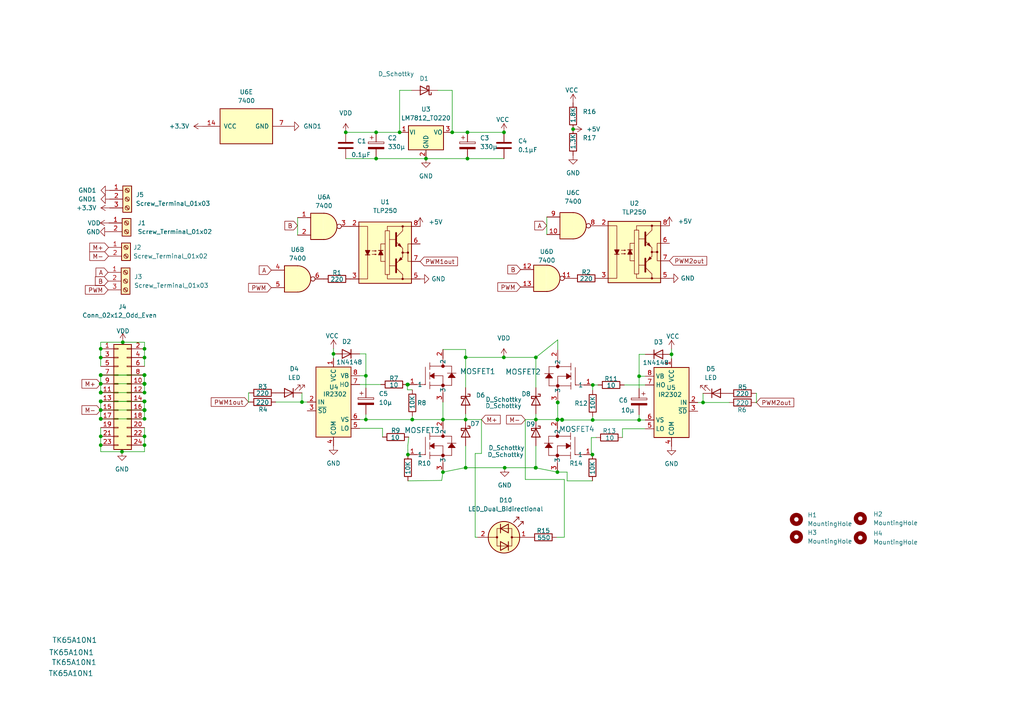
<source format=kicad_sch>
(kicad_sch (version 20211123) (generator eeschema)
  (paper "A4")
  (lib_symbols
    (symbol "2023-09-03_12-25-00:TK65A10N1" (pin_names (offset 0.254))
      (property "Reference" "MOSFET" (at 0 0 0))
      (property "Value" "TK65A10N1" (at 15.24 1.27 0))
      (symbol "TK65A10N1_0_1"
        (pin unspecified line (at -2.54 -7.62 0) (length 2.54) (name "1") (number "1"))
        (pin unspecified line (at 7.62 2.54 270) (length 2.54) (name "2") (number "2"))
        (pin unspecified line (at 7.62 -12.7 90) (length 2.54) (name "3") (number "3"))
      )
    )
    (symbol "74xx:7400" (pin_names (offset 1.016))
      (property "Reference" "U" (at 0 1.27 0))
      (property "Value" "7400" (at 0 -1.27 0))
      (symbol "7400_1_1"
        (pin input line (at -7.62 2.54 0) (length 3.81) (name "~") (number "1"))
        (pin input line (at -7.62 -2.54 0) (length 3.81) (name "~") (number "2"))
        (pin output inverted (at 7.62 0 180) (length 3.81) (name "~") (number "3"))
      )
      (symbol "7400_1_2"
        (pin input inverted (at -7.62 2.54 0) (length 4.318) (name "~") (number "1"))
        (pin input inverted (at -7.62 -2.54 0) (length 4.318) (name "~") (number "2"))
        (pin output line (at 7.62 0 180) (length 3.81) (name "~") (number "3"))
      )
      (symbol "7400_2_1"
        (pin input line (at -7.62 2.54 0) (length 3.81) (name "~") (number "4"))
        (pin input line (at -7.62 -2.54 0) (length 3.81) (name "~") (number "5"))
        (pin output inverted (at 7.62 0 180) (length 3.81) (name "~") (number "6"))
      )
      (symbol "7400_2_2"
        (pin input inverted (at -7.62 2.54 0) (length 4.318) (name "~") (number "4"))
        (pin input inverted (at -7.62 -2.54 0) (length 4.318) (name "~") (number "5"))
        (pin output line (at 7.62 0 180) (length 3.81) (name "~") (number "6"))
      )
      (symbol "7400_3_1"
        (pin input line (at -7.62 -2.54 0) (length 3.81) (name "~") (number "10"))
        (pin output inverted (at 7.62 0 180) (length 3.81) (name "~") (number "8"))
        (pin input line (at -7.62 2.54 0) (length 3.81) (name "~") (number "9"))
      )
      (symbol "7400_3_2"
        (pin input inverted (at -7.62 -2.54 0) (length 4.318) (name "~") (number "10"))
        (pin output line (at 7.62 0 180) (length 3.81) (name "~") (number "8"))
        (pin input inverted (at -7.62 2.54 0) (length 4.318) (name "~") (number "9"))
      )
      (symbol "7400_4_1"
        (pin output inverted (at 7.62 0 180) (length 3.81) (name "~") (number "11"))
        (pin input line (at -7.62 2.54 0) (length 3.81) (name "~") (number "12"))
        (pin input line (at -7.62 -2.54 0) (length 3.81) (name "~") (number "13"))
      )
      (symbol "7400_4_2"
        (pin output line (at 7.62 0 180) (length 3.81) (name "~") (number "11"))
        (pin input inverted (at -7.62 2.54 0) (length 4.318) (name "~") (number "12"))
        (pin input inverted (at -7.62 -2.54 0) (length 4.318) (name "~") (number "13"))
      )
      (symbol "7400_5_0"
        (pin power_in line (at 0 12.7 270) (length 5.08) (name "VCC") (number "14"))
        (pin power_in line (at 0 -12.7 90) (length 5.08) (name "GND") (number "7"))
      )
    )
    (symbol "Connector:Screw_Terminal_01x02" (pin_names (offset 1.016) hide)
      (property "Reference" "J" (at 0 2.54 0))
      (property "Value" "Screw_Terminal_01x02" (at 0 -5.08 0))
      (symbol "Screw_Terminal_01x02_1_1"
        (pin passive line (at -5.08 0 0) (length 3.81) (name "Pin_1") (number "1"))
        (pin passive line (at -5.08 -2.54 0) (length 3.81) (name "Pin_2") (number "2"))
      )
    )
    (symbol "Connector:Screw_Terminal_01x03" (pin_names (offset 1.016) hide)
      (property "Reference" "J" (at 0 5.08 0))
      (property "Value" "Screw_Terminal_01x03" (at 0 -5.08 0))
      (symbol "Screw_Terminal_01x03_1_1"
        (pin passive line (at -5.08 2.54 0) (length 3.81) (name "Pin_1") (number "1"))
        (pin passive line (at -5.08 0 0) (length 3.81) (name "Pin_2") (number "2"))
        (pin passive line (at -5.08 -2.54 0) (length 3.81) (name "Pin_3") (number "3"))
      )
    )
    (symbol "Connector_Generic:Conn_02x12_Odd_Even" (pin_names (offset 1.016) hide)
      (property "Reference" "J" (at 1.27 15.24 0))
      (property "Value" "Conn_02x12_Odd_Even" (at 1.27 -17.78 0))
      (symbol "Conn_02x12_Odd_Even_1_1"
        (pin passive line (at -5.08 12.7 0) (length 3.81) (name "Pin_1") (number "1"))
        (pin passive line (at 7.62 2.54 180) (length 3.81) (name "Pin_10") (number "10"))
        (pin passive line (at -5.08 0 0) (length 3.81) (name "Pin_11") (number "11"))
        (pin passive line (at 7.62 0 180) (length 3.81) (name "Pin_12") (number "12"))
        (pin passive line (at -5.08 -2.54 0) (length 3.81) (name "Pin_13") (number "13"))
        (pin passive line (at 7.62 -2.54 180) (length 3.81) (name "Pin_14") (number "14"))
        (pin passive line (at -5.08 -5.08 0) (length 3.81) (name "Pin_15") (number "15"))
        (pin passive line (at 7.62 -5.08 180) (length 3.81) (name "Pin_16") (number "16"))
        (pin passive line (at -5.08 -7.62 0) (length 3.81) (name "Pin_17") (number "17"))
        (pin passive line (at 7.62 -7.62 180) (length 3.81) (name "Pin_18") (number "18"))
        (pin passive line (at -5.08 -10.16 0) (length 3.81) (name "Pin_19") (number "19"))
        (pin passive line (at 7.62 12.7 180) (length 3.81) (name "Pin_2") (number "2"))
        (pin passive line (at 7.62 -10.16 180) (length 3.81) (name "Pin_20") (number "20"))
        (pin passive line (at -5.08 -12.7 0) (length 3.81) (name "Pin_21") (number "21"))
        (pin passive line (at 7.62 -12.7 180) (length 3.81) (name "Pin_22") (number "22"))
        (pin passive line (at -5.08 -15.24 0) (length 3.81) (name "Pin_23") (number "23"))
        (pin passive line (at 7.62 -15.24 180) (length 3.81) (name "Pin_24") (number "24"))
        (pin passive line (at -5.08 10.16 0) (length 3.81) (name "Pin_3") (number "3"))
        (pin passive line (at 7.62 10.16 180) (length 3.81) (name "Pin_4") (number "4"))
        (pin passive line (at -5.08 7.62 0) (length 3.81) (name "Pin_5") (number "5"))
        (pin passive line (at 7.62 7.62 180) (length 3.81) (name "Pin_6") (number "6"))
        (pin passive line (at -5.08 5.08 0) (length 3.81) (name "Pin_7") (number "7"))
        (pin passive line (at 7.62 5.08 180) (length 3.81) (name "Pin_8") (number "8"))
        (pin passive line (at -5.08 2.54 0) (length 3.81) (name "Pin_9") (number "9"))
      )
    )
    (symbol "Device:C" (pin_numbers hide) (pin_names (offset 0.254))
      (property "Reference" "C" (at 0.635 2.54 0))
      (property "Value" "C" (at 0.635 -2.54 0))
      (symbol "C_1_1"
        (pin passive line (at 0 3.81 270) (length 2.794) (name "~") (number "1"))
        (pin passive line (at 0 -3.81 90) (length 2.794) (name "~") (number "2"))
      )
    )
    (symbol "Device:C_Polarized" (pin_numbers hide) (pin_names (offset 0.254))
      (property "Reference" "C" (at 0.635 2.54 0))
      (property "Value" "C_Polarized" (at 0.635 -2.54 0))
      (symbol "C_Polarized_1_1"
        (pin passive line (at 0 3.81 270) (length 2.794) (name "~") (number "1"))
        (pin passive line (at 0 -3.81 90) (length 2.794) (name "~") (number "2"))
      )
    )
    (symbol "Device:D" (pin_numbers hide) (pin_names (offset 1.016) hide)
      (property "Reference" "D" (at 0 2.54 0))
      (property "Value" "D" (at 0 -2.54 0))
      (symbol "D_1_1"
        (pin passive line (at -3.81 0 0) (length 2.54) (name "K") (number "1"))
        (pin passive line (at 3.81 0 180) (length 2.54) (name "A") (number "2"))
      )
    )
    (symbol "Device:D_Schottky" (pin_numbers hide) (pin_names (offset 1.016) hide)
      (property "Reference" "D" (at 0 2.54 0))
      (property "Value" "D_Schottky" (at 0 -2.54 0))
      (symbol "D_Schottky_1_1"
        (pin passive line (at -3.81 0 0) (length 2.54) (name "K") (number "1"))
        (pin passive line (at 3.81 0 180) (length 2.54) (name "A") (number "2"))
      )
    )
    (symbol "Device:LED" (pin_numbers hide) (pin_names (offset 1.016) hide)
      (property "Reference" "D" (at 0 2.54 0))
      (property "Value" "LED" (at 0 -2.54 0))
      (symbol "LED_1_1"
        (pin passive line (at -3.81 0 0) (length 2.54) (name "K") (number "1"))
        (pin passive line (at 3.81 0 180) (length 2.54) (name "A") (number "2"))
      )
    )
    (symbol "Device:LED_Dual_Bidirectional" (pin_names (offset 0) hide)
      (property "Reference" "D" (at 0 5.715 0))
      (property "Value" "LED_Dual_Bidirectional" (at 0 -6.35 0))
      (symbol "LED_Dual_Bidirectional_1_1"
        (pin input line (at 7.62 0 180) (length 3.81) (name "KA") (number "1"))
        (pin input line (at -7.62 0 0) (length 3.048) (name "AK") (number "2"))
      )
    )
    (symbol "Device:R" (pin_numbers hide) (pin_names (offset 0))
      (property "Reference" "R" (at 2.032 0 90))
      (property "Value" "R" (at 0 0 90))
      (symbol "R_1_1"
        (pin passive line (at 0 3.81 270) (length 1.27) (name "~") (number "1"))
        (pin passive line (at 0 -3.81 90) (length 1.27) (name "~") (number "2"))
      )
    )
    (symbol "Driver_FET:IR2302"
      (property "Reference" "U" (at 1.27 13.335 0))
      (property "Value" "IR2302" (at 1.27 11.43 0))
      (symbol "IR2302_1_1"
        (pin power_in line (at 0 12.7 270) (length 2.54) (name "VCC") (number "1"))
        (pin input line (at -7.62 0 0) (length 2.54) (name "IN") (number "2"))
        (pin input line (at -7.62 -2.54 0) (length 2.54) (name "~{SD}") (number "3"))
        (pin power_in line (at 0 -12.7 90) (length 2.54) (name "COM") (number "4"))
        (pin output line (at 7.62 -7.62 180) (length 2.54) (name "LO") (number "5"))
        (pin passive line (at 7.62 -5.08 180) (length 2.54) (name "VS") (number "6"))
        (pin output line (at 7.62 5.08 180) (length 2.54) (name "HO") (number "7"))
        (pin passive line (at 7.62 7.62 180) (length 2.54) (name "VB") (number "8"))
      )
    )
    (symbol "Driver_FET:TLP250" (pin_names hide)
      (property "Reference" "U" (at 0 12.7 0))
      (property "Value" "TLP250" (at 0 10.16 0))
      (symbol "TLP250_1_1"
        (pin no_connect line (at -7.62 2.54 0) (length 2.54) hide (name "NC") (number "1"))
        (pin passive line (at -10.16 7.62 0) (length 2.54) (name "A") (number "2"))
        (pin passive line (at -10.16 -7.62 0) (length 2.54) (name "C") (number "3"))
        (pin no_connect line (at -7.62 -2.54 0) (length 2.54) hide (name "NC") (number "4"))
        (pin power_in line (at 10.16 -7.62 180) (length 2.54) (name "VEE") (number "5"))
        (pin output line (at 10.16 2.54 180) (length 2.54) (name "VO") (number "6"))
        (pin output line (at 10.16 -2.54 180) (length 2.54) (name "VO") (number "7"))
        (pin power_in line (at 10.16 7.62 180) (length 2.54) (name "VCC") (number "8"))
      )
    )
    (symbol "Mechanical:MountingHole" (pin_names (offset 1.016))
      (property "Reference" "H" (at 0 5.08 0))
      (property "Value" "MountingHole" (at 0 3.175 0))
    )
    (symbol "Regulator_Linear:LM7812_TO220" (pin_names (offset 0.254))
      (property "Reference" "U" (at -3.81 3.175 0))
      (property "Value" "LM7812_TO220" (at 0 3.175 0))
      (symbol "LM7812_TO220_1_1"
        (pin power_in line (at -7.62 0 0) (length 2.54) (name "VI") (number "1"))
        (pin power_in line (at 0 -7.62 90) (length 2.54) (name "GND") (number "2"))
        (pin power_out line (at 7.62 0 180) (length 2.54) (name "VO") (number "3"))
      )
    )
    (symbol "power:+3.3V" (power) (pin_names (offset 0))
      (property "Value" "+3.3V" (at 0 3.556 0))
      (symbol "+3.3V_1_1"
        (pin power_in line (at 0 0 90) (length 0) hide (name "+3.3V") (number "1"))
      )
    )
    (symbol "power:+5V" (power) (pin_names (offset 0))
      (property "Value" "+5V" (at 0 3.556 0))
      (symbol "+5V_1_1"
        (pin power_in line (at 0 0 90) (length 0) hide (name "+5V") (number "1"))
      )
    )
    (symbol "power:GND" (power) (pin_names (offset 0))
      (property "Value" "GND" (at 0 -3.81 0))
      (symbol "GND_1_1"
        (pin power_in line (at 0 0 270) (length 0) hide (name "GND") (number "1"))
      )
    )
    (symbol "power:GND1" (power) (pin_names (offset 0))
      (property "Value" "GND1" (at 0 -3.81 0))
      (symbol "GND1_1_1"
        (pin power_in line (at 0 0 270) (length 0) hide (name "GND1") (number "1"))
      )
    )
    (symbol "power:VCC" (power) (pin_names (offset 0))
      (property "Value" "VCC" (at 0 3.81 0))
      (symbol "VCC_1_1"
        (pin power_in line (at 0 0 90) (length 0) hide (name "VCC") (number "1"))
      )
    )
    (symbol "power:VDD" (power) (pin_names (offset 0))
      (property "Value" "VDD" (at 0 3.81 0))
      (symbol "VDD_1_1"
        (pin power_in line (at 0 0 90) (length 0) hide (name "VDD") (number "1"))
      )
    )
  )
  (junction (at 41.91 101.1682))
  (junction (at 155.3464 135.6868))
  (junction (at 106.1212 121.6914))
  (junction (at 41.8846 111.2774))
  (junction (at 115.9002 38.3794))
  (junction (at 161.7726 116.7384))
  (junction (at 185.3692 109.1184))
  (junction (at 29.2608 113.8682))
  (junction (at 41.8846 118.8974))
  (junction (at 185.3692 121.8184))
  (junction (at 146.3802 135.6614))
  (junction (at 96.7232 102.6414))
  (junction (at 41.91 103.7082))
  (junction (at 29.21 116.4082))
  (junction (at 29.21 129.1082))
  (junction (at 194.7672 102.7684))
  (junction (at 155.4226 135.6614))
  (junction (at 135.5852 45.9994))
  (junction (at 128.4732 121.6914))
  (junction (at 163.0172 121.8184))
  (junction (at 41.8846 118.9228))
  (junction (at 123.5456 45.9994))
  (junction (at 135.0518 121.6914))
  (junction (at 128.4732 136.9314))
  (junction (at 161.671 121.6914))
  (junction (at 87.5792 116.6114))
  (junction (at 171.9326 111.6584))
  (junction (at 29.21 113.8682))
  (junction (at 29.21 101.1682))
  (junction (at 41.91 118.999))
  (junction (at 119.5832 121.6914))
  (junction (at 161.671 136.9314))
  (junction (at 155.4226 121.6914))
  (junction (at 41.91 118.9482))
  (junction (at 29.2354 116.4082))
  (junction (at 29.21 116.4336))
  (junction (at 29.21 121.4882))
  (junction (at 29.21 121.4628))
  (junction (at 41.91 116.4082))
  (junction (at 35.6108 99.2632))
  (junction (at 41.91 129.1082))
  (junction (at 166.2176 37.465))
  (junction (at 41.91 108.7882))
  (junction (at 29.21 108.8136))
  (junction (at 109.093 38.3794))
  (junction (at 41.91 113.8682))
  (junction (at 29.2354 108.7882))
  (junction (at 41.8846 118.9482))
  (junction (at 163.0172 121.6914))
  (junction (at 29.21 111.3282))
  (junction (at 100.2792 38.3794))
  (junction (at 29.21 103.7082))
  (junction (at 41.91 126.5682))
  (junction (at 29.21 113.8428))
  (junction (at 161.7472 121.6914))
  (junction (at 41.91 111.3282))
  (junction (at 41.91 121.4882))
  (junction (at 135.0518 135.6614))
  (junction (at 118.3132 131.8514))
  (junction (at 146.1262 103.6574))
  (junction (at 29.21 108.7882))
  (junction (at 29.2608 121.4882))
  (junction (at 29.21 118.9228))
  (junction (at 118.1608 111.5314))
  (junction (at 29.21 126.5682))
  (junction (at 109.093 45.9994))
  (junction (at 106.1212 108.9914))
  (junction (at 131.1656 38.3794))
  (junction (at 41.91 111.379))
  (junction (at 41.8846 116.4336))
  (junction (at 41.8846 108.7882))
  (junction (at 41.8846 111.3282))
  (junction (at 135.5852 38.3794))
  (junction (at 146.177 38.3794))
  (junction (at 161.7472 116.713))
  (junction (at 29.21 118.9482))
  (junction (at 41.8846 111.3028))
  (junction (at 171.9072 121.8184))
  (junction (at 35.3822 131.0132))
  (junction (at 41.8846 116.4082))
  (junction (at 135.0518 103.6574))
  (junction (at 41.8846 108.8136))
  (junction (at 203.9112 116.7384))
  (junction (at 171.831 131.8514))
  (junction (at 118.3132 111.5314))
  (junction (at 155.4226 103.6574))
  (junction (at 29.21 111.3028))
  (wire (pts (xy 161.7472 121.6914) (xy 163.0172 121.6914)))
  (wire (pts (xy 72.0852 116.6114) (xy 72.3392 116.6114)))
  (wire (pts (xy 128.4732 136.9314) (xy 134.1628 135.7884)))
  (wire (pts (xy 29.21 99.2632) (xy 29.21 101.1682)))
  (wire (pts (xy 118.5672 126.7714) (xy 118.2878 129.1844)))
  (wire (pts (xy 187.1472 109.1184) (xy 185.3692 109.1184)))
  (wire (pts (xy 72.0852 113.9444) (xy 72.3392 113.9444)))
  (wire (pts (xy 161.7726 101.4984) (xy 161.7726 98.5774)))
  (wire (pts (xy 106.1212 102.6414) (xy 106.1212 108.9914)))
  (wire (pts (xy 110.9472 124.2314) (xy 110.9472 126.7714)))
  (wire (pts (xy 106.1212 120.1674) (xy 106.1212 121.6914)))
  (wire (pts (xy 104.3432 102.6414) (xy 106.1212 102.6414)))
  (wire (pts (xy 29.21 131.0132) (xy 35.3822 131.0132)))
  (wire (pts (xy 41.91 126.5682) (xy 41.91 129.1082)))
  (wire (pts (xy 219.4052 116.7384) (xy 219.4052 114.0714)))
  (wire (pts (xy 29.21 126.5682) (xy 29.21 129.1082)))
  (wire (pts (xy 41.8846 116.4082) (xy 41.91 116.4082)))
  (wire (pts (xy 155.4226 135.7122) (xy 155.4226 135.6614)))
  (wire (pts (xy 161.417 155.829) (xy 163.6776 155.829)))
  (wire (pts (xy 187.1472 121.8184) (xy 185.3692 121.8184)))
  (wire (pts (xy 41.8846 111.3028) (xy 41.8846 111.3282)))
  (wire (pts (xy 41.91 101.1682) (xy 41.91 103.7082)))
  (wire (pts (xy 155.4226 103.6574) (xy 161.7726 98.5774)))
  (wire (pts (xy 29.21 118.9482) (xy 29.21 121.4628)))
  (wire (pts (xy 41.91 124.0282) (xy 41.91 126.5682)))
  (wire (pts (xy 161.7726 116.713) (xy 161.7472 116.713)))
  (wire (pts (xy 29.2608 113.8682) (xy 41.91 113.8682)))
  (wire (pts (xy 29.21 99.2632) (xy 35.6108 99.2632)))
  (wire (pts (xy 161.7726 121.666) (xy 163.0172 121.6914)))
  (wire (pts (xy 135.5852 45.9994) (xy 146.177 45.9994)))
  (wire (pts (xy 118.1608 111.5314) (xy 118.3132 111.5314)))
  (wire (pts (xy 41.91 129.1082) (xy 41.91 131.0132)))
  (wire (pts (xy 171.9326 111.6584) (xy 171.9072 111.6584)))
  (wire (pts (xy 41.91 103.7082) (xy 41.91 106.2482)))
  (wire (pts (xy 152.3492 121.6914) (xy 155.4226 121.6914)))
  (wire (pts (xy 41.8846 108.7882) (xy 41.91 108.7882)))
  (wire (pts (xy 29.21 116.4082) (xy 29.21 116.4336)))
  (wire (pts (xy 123.5456 45.9994) (xy 135.5852 45.9994)))
  (wire (pts (xy 211.5312 116.7384) (xy 203.9112 116.7384)))
  (wire (pts (xy 171.9072 121.8184) (xy 163.0172 121.8184)))
  (wire (pts (xy 131.1656 38.3794) (xy 135.5852 38.3794)))
  (wire (pts (xy 155.4226 103.6574) (xy 155.4226 112.4204)))
  (wire (pts (xy 41.8846 116.4082) (xy 41.8846 116.4336)))
  (wire (pts (xy 29.21 111.3028) (xy 29.21 111.3282)))
  (wire (pts (xy 173.4312 111.6584) (xy 171.9326 111.6584)))
  (wire (pts (xy 203.9112 114.0714) (xy 203.9112 116.7384)))
  (wire (pts (xy 119.5832 113.0554) (xy 118.1608 113.0554)))
  (wire (pts (xy 29.21 118.9228) (xy 29.21 118.9482)))
  (wire (pts (xy 29.21 108.8136) (xy 29.21 111.3028)))
  (wire (pts (xy 171.9072 120.8024) (xy 171.9072 121.8184)))
  (wire (pts (xy 41.91 111.379) (xy 41.91 111.3282)))
  (wire (pts (xy 41.8846 108.8136) (xy 29.21 108.8136)))
  (wire (pts (xy 109.093 45.9994) (xy 123.5456 45.9994)))
  (wire (pts (xy 96.7232 102.6414) (xy 96.7232 103.9114)))
  (wire (pts (xy 29.21 118.9228) (xy 41.8846 118.9228)))
  (wire (pts (xy 41.91 118.999) (xy 41.91 118.9482)))
  (wire (pts (xy 115.9002 38.3794) (xy 115.9256 38.3794)))
  (wire (pts (xy 155.3464 135.6868) (xy 161.671 136.9314)))
  (wire (pts (xy 118.2878 130.429) (xy 118.3132 131.8514)))
  (wire (pts (xy 104.3432 121.6914) (xy 106.1212 121.6914)))
  (wire (pts (xy 87.5792 116.6114) (xy 89.1032 116.6114)))
  (wire (pts (xy 41.8846 108.8136) (xy 41.8846 111.2774)))
  (wire (pts (xy 135.0518 103.6574) (xy 135.0518 112.4204)))
  (wire (pts (xy 161.7472 116.713) (xy 161.7726 116.7384)))
  (wire (pts (xy 171.5008 131.8514) (xy 171.5008 126.9238)))
  (wire (pts (xy 135.0518 129.3114) (xy 135.0518 135.6614)))
  (wire (pts (xy 41.91 111.3282) (xy 41.8846 111.3282)))
  (wire (pts (xy 118.0592 111.5314) (xy 118.1608 111.5314)))
  (wire (pts (xy 152.3492 139.065) (xy 152.3492 121.6914)))
  (wire (pts (xy 41.91 118.999) (xy 41.91 121.4882)))
  (wire (pts (xy 29.2354 116.4082) (xy 41.8846 116.4082)))
  (wire (pts (xy 128.4732 121.6914) (xy 128.4732 116.6114)))
  (wire (pts (xy 29.21 113.8428) (xy 29.21 113.8682)))
  (wire (pts (xy 118.3132 139.4714) (xy 128.1176 139.3444)))
  (wire (pts (xy 164.4904 139.4714) (xy 164.4904 136.9314)))
  (wire (pts (xy 41.8846 118.9228) (xy 41.8846 118.9482)))
  (wire (pts (xy 29.21 121.4628) (xy 29.21 121.4882)))
  (wire (pts (xy 187.1472 102.7684) (xy 185.3692 102.7684)))
  (wire (pts (xy 119.3546 26.2128) (xy 115.9002 26.2128)))
  (wire (pts (xy 29.21 101.1682) (xy 29.21 103.7082)))
  (wire (pts (xy 86.3092 63.119) (xy 86.3092 68.199)))
  (wire (pts (xy 35.3822 131.0132) (xy 41.91 131.0132)))
  (wire (pts (xy 115.9002 26.2128) (xy 115.9002 38.3794)))
  (wire (pts (xy 128.4732 101.3714) (xy 135.0518 101.3714)))
  (wire (pts (xy 29.2608 121.4882) (xy 41.91 121.4882)))
  (wire (pts (xy 119.5832 121.6914) (xy 128.4732 121.6914)))
  (wire (pts (xy 171.5008 126.9238) (xy 172.9232 126.8984)))
  (wire (pts (xy 41.8846 116.4336) (xy 41.8846 118.8974)))
  (wire (pts (xy 163.0172 121.6914) (xy 163.0172 121.8184)))
  (wire (pts (xy 135.0518 121.6914) (xy 139.6492 121.6914)))
  (wire (pts (xy 79.9592 116.6114) (xy 87.5792 116.6114)))
  (wire (pts (xy 106.1212 121.6914) (xy 119.5832 121.6914)))
  (wire (pts (xy 171.831 131.8514) (xy 171.5008 131.8514)))
  (wire (pts (xy 185.3692 112.6744) (xy 185.3692 109.1184)))
  (wire (pts (xy 135.0518 103.6574) (xy 146.1262 103.6574)))
  (wire (pts (xy 137.8204 131.5212) (xy 139.6492 131.5212)))
  (wire (pts (xy 146.1262 103.6574) (xy 155.4226 103.6574)))
  (wire (pts (xy 161.7472 116.713) (xy 161.7726 121.666)))
  (wire (pts (xy 187.1472 111.6584) (xy 181.0512 111.6584)))
  (wire (pts (xy 29.21 108.7882) (xy 29.21 108.8136)))
  (wire (pts (xy 29.2354 108.7882) (xy 41.8846 108.7882)))
  (wire (pts (xy 171.9072 111.6584) (xy 171.9072 113.1824)))
  (wire (pts (xy 163.6776 139.065) (xy 152.3492 139.065)))
  (wire (pts (xy 194.7672 101.2444) (xy 194.7672 102.7684)))
  (wire (pts (xy 118.2878 129.1844) (xy 118.2878 130.429)))
  (wire (pts (xy 29.21 129.1082) (xy 29.21 131.0132)))
  (wire (pts (xy 158.5976 62.9412) (xy 158.5976 68.0212)))
  (wire (pts (xy 187.1472 124.3584) (xy 180.5432 124.3584)))
  (wire (pts (xy 72.0852 116.6114) (xy 72.0852 113.9444)))
  (wire (pts (xy 139.6492 121.6914) (xy 139.6492 131.5212)))
  (wire (pts (xy 185.3692 120.2944) (xy 185.3692 121.8184)))
  (wire (pts (xy 41.91 99.2632) (xy 41.91 101.1682)))
  (wire (pts (xy 134.1628 135.7884) (xy 135.0518 135.6614)))
  (wire (pts (xy 29.21 103.7082) (xy 29.21 106.2482)))
  (wire (pts (xy 155.4226 121.6914) (xy 161.671 121.6914)))
  (wire (pts (xy 106.1212 112.5474) (xy 106.1212 108.9914)))
  (wire (pts (xy 135.5852 38.3794) (xy 146.177 38.3794)))
  (wire (pts (xy 128.1176 139.3444) (xy 128.4732 136.9314)))
  (wire (pts (xy 126.9746 26.2128) (xy 131.1656 26.2128)))
  (wire (pts (xy 29.21 111.3282) (xy 29.21 113.8428)))
  (wire (pts (xy 219.4052 116.7384) (xy 219.1512 116.7384)))
  (wire (pts (xy 100.2792 45.9994) (xy 109.093 45.9994)))
  (wire (pts (xy 164.4904 136.9314) (xy 161.671 136.9314)))
  (wire (pts (xy 194.7672 102.7684) (xy 194.7672 104.0384)))
  (wire (pts (xy 104.3432 124.2314) (xy 110.9472 124.2314)))
  (wire (pts (xy 29.21 116.4336) (xy 29.21 118.9228)))
  (wire (pts (xy 137.8204 155.829) (xy 137.8204 131.5212)))
  (wire (pts (xy 161.671 121.6914) (xy 161.7472 121.6914)))
  (wire (pts (xy 41.91 111.379) (xy 41.91 113.8682)))
  (wire (pts (xy 185.3692 121.8184) (xy 171.9072 121.8184)))
  (wire (pts (xy 128.4732 121.6914) (xy 135.0518 121.6914)))
  (wire (pts (xy 41.8846 116.4336) (xy 29.21 116.4336)))
  (wire (pts (xy 135.0518 101.3714) (xy 135.0518 103.6574)))
  (wire (pts (xy 41.8846 108.7882) (xy 41.8846 108.8136)))
  (wire (pts (xy 29.21 111.3028) (xy 41.8846 111.3028)))
  (wire (pts (xy 87.5792 113.9444) (xy 87.5792 116.6114)))
  (wire (pts (xy 100.2792 38.3794) (xy 109.093 38.3794)))
  (wire (pts (xy 104.3432 108.9914) (xy 106.1212 108.9914)))
  (wire (pts (xy 29.21 124.0282) (xy 29.21 126.5682)))
  (wire (pts (xy 185.3692 102.7684) (xy 185.3692 109.1184)))
  (wire (pts (xy 119.5832 120.6754) (xy 119.5832 121.6914)))
  (wire (pts (xy 164.4904 139.4714) (xy 171.831 139.4714)))
  (wire (pts (xy 203.9112 116.7384) (xy 202.3872 116.7384)))
  (wire (pts (xy 104.3432 111.5314) (xy 110.4392 111.5314)))
  (wire (pts (xy 118.1608 113.0554) (xy 118.1608 111.5314)))
  (wire (pts (xy 155.4226 129.3114) (xy 155.4226 135.6614)))
  (wire (pts (xy 135.0518 135.6614) (xy 146.3802 135.6614)))
  (wire (pts (xy 131.1656 26.2128) (xy 131.1656 38.3794)))
  (wire (pts (xy 180.5432 124.3584) (xy 180.5432 126.8984)))
  (wire (pts (xy 109.093 38.3794) (xy 115.9002 38.3794)))
  (wire (pts (xy 35.6108 99.2632) (xy 41.91 99.2632)))
  (wire (pts (xy 41.91 118.9482) (xy 41.8846 118.9482)))
  (wire (pts (xy 138.557 155.829) (xy 137.8204 155.829)))
  (wire (pts (xy 163.6776 155.829) (xy 163.6776 139.065)))
  (wire (pts (xy 146.3802 135.6614) (xy 155.4226 135.6614)))
  (wire (pts (xy 155.4226 120.0404) (xy 155.4226 121.6914)))
  (wire (pts (xy 96.7232 101.1174) (xy 96.7232 102.6414)))
  (wire (pts (xy 135.0518 120.0404) (xy 135.0518 121.6914)))
  (wire (pts (xy 219.4052 114.0714) (xy 219.1512 114.0714)))
  (global_label "M+" (shape input) (at 31.4706 71.755 180) (property "Intersheet References" "${INTERSHEET_REFS}" (effects hide)))
  (global_label "PWM1out" (shape input) (at 72.0852 116.6114 180) (property "Intersheet References" "${INTERSHEET_REFS}" (effects hide)))
  (global_label "B" (shape input) (at 86.3092 65.4304 180) (property "Intersheet References" "${INTERSHEET_REFS}" (effects hide)))
  (global_label "PWM2out" (shape input) (at 194.1576 75.6412 0) (property "Intersheet References" "${INTERSHEET_REFS}" (effects hide)))
  (global_label "A" (shape input) (at 31.3436 78.994 180) (property "Intersheet References" "${INTERSHEET_REFS}" (effects hide)))
  (global_label "PWM" (shape input) (at 78.6892 83.439 180) (property "Intersheet References" "${INTERSHEET_REFS}" (effects hide)))
  (global_label "M-" (shape input) (at 29.21 118.9228 180) (property "Intersheet References" "${INTERSHEET_REFS}" (effects hide)))
  (global_label "B" (shape input) (at 31.3436 81.534 180) (property "Intersheet References" "${INTERSHEET_REFS}" (effects hide)))
  (global_label "PWM" (shape input) (at 31.3436 84.074 180) (property "Intersheet References" "${INTERSHEET_REFS}" (effects hide)))
  (global_label "M-" (shape input) (at 31.4706 74.295 180) (property "Intersheet References" "${INTERSHEET_REFS}" (effects hide)))
  (global_label "M-" (shape input) (at 152.3492 121.7168 180) (property "Intersheet References" "${INTERSHEET_REFS}" (effects hide)))
  (global_label "M+" (shape input) (at 29.21 111.3282 180) (property "Intersheet References" "${INTERSHEET_REFS}" (effects hide)))
  (global_label "B" (shape input) (at 150.9776 78.1812 180) (property "Intersheet References" "${INTERSHEET_REFS}" (effects hide)))
  (global_label "M+" (shape input) (at 139.6492 121.6914 0) (property "Intersheet References" "${INTERSHEET_REFS}" (effects hide)))
  (global_label "A" (shape input) (at 78.6892 78.359 180) (property "Intersheet References" "${INTERSHEET_REFS}" (effects hide)))
  (global_label "PWM2out" (shape input) (at 219.4052 116.7384 0) (property "Intersheet References" "${INTERSHEET_REFS}" (effects hide)))
  (global_label "PWM" (shape input) (at 150.9776 83.2612 180) (property "Intersheet References" "${INTERSHEET_REFS}" (effects hide)))
  (global_label "PWM1out" (shape input) (at 121.8692 75.819 0) (property "Intersheet References" "${INTERSHEET_REFS}" (effects hide)))
  (global_label "A" (shape input) (at 158.5976 65.4304 180) (property "Intersheet References" "${INTERSHEET_REFS}" (effects hide)))
  (symbol (lib_id "Connector:Screw_Terminal_01x03") (at 36.9062 57.7596 0) (unit 1)
    (property "Reference" "J5" (at 39.37 56.4895 0) (effects (justify left)))
    (property "Value" "Screw_Terminal_01x03" (at 39.37 59.0295 0) (effects (justify left)))
    (property "Footprint" "TerminalBlock_Phoenix:TerminalBlock_Phoenix_MKDS-3-3-5.08_1x03_P5.08mm_Horizontal" (effects hide))
  )
  (symbol (lib_id "Device:C") (at 100.2792 42.1894 0) (unit 1)
    (property "Reference" "C1" (at 103.5558 40.9193 0) (effects (justify left)))
    (property "Value" "0.1μF" (at 101.8794 44.8818 0) (effects (justify left)))
    (property "Footprint" "Capacitor_THT:CP_Radial_Tantal_D9.0mm_P5.00mm" (effects hide))
  )
  (symbol (lib_id "Device:C_Polarized") (at 185.3692 116.4844 0) (mirror y) (unit 1)
    (property "Reference" "C6" (at 179.4256 116.1034 0) (effects (justify right)))
    (property "Value" "10μ" (at 180.1114 118.9736 0) (effects (justify right)))
    (property "Footprint" "Capacitor_THT:CP_Radial_D5.0mm_P2.00mm" (effects hide))
  )
  (symbol (lib_id "2023-09-03_12-25-00:TK65A10N1") (at 169.3926 104.0384 0) (mirror y) (unit 1)
    (property "Reference" "MOSFET2" (at 156.8958 107.8484 0) (effects (font (size 1.524 1.524)) (justify left)))
    (property "Value" "TK65A10N1" (at 27.305 189.23 0) (effects (font (size 1.524 1.524)) (justify left)))
    (property "Footprint" "KiCADv6:TO-220SIS_TOS" (effects hide))
    (property "Datasheet" "TK65A10N1" (effects hide))
  )
  (symbol (lib_id "Device:R") (at 119.5832 116.8654 180) (unit 1)
    (property "Reference" "R8" (at 120.9802 116.8654 0) (effects (justify right)))
    (property "Value" "10K" (at 119.5832 118.6434 90) (effects (justify right)))
    (property "Footprint" "Resistor_THT:R_Axial_DIN0207_L6.3mm_D2.5mm_P10.16mm_Horizontal" (effects hide))
  )
  (symbol (lib_id "Device:D_Schottky") (at 135.0518 116.2304 270) (unit 1)
    (property "Reference" "D6" (at 138.0236 114.6428 90) (effects (justify left)))
    (property "Value" "D_Schottky" (at 140.8176 115.8748 90) (effects (justify left)))
    (property "Footprint" "Diode_THT:D_DO-35_SOD27_P10.16mm_Horizontal" (effects hide))
  )
  (symbol (lib_id "power:+3.3V") (at 31.8262 60.2996 90) (unit 1)
    (property "Reference" "#PWR0111" (effects hide))
    (property "Value" "+3.3V" (at 28.0162 60.2995 90) (effects (justify left)))
  )
  (symbol (lib_id "Regulator_Linear:LM7812_TO220") (at 123.5456 38.3794 0) (unit 1)
    (property "Reference" "U3" (at 123.5456 31.6992 0))
    (property "Value" "LM7812_TO220" (at 123.5456 34.2392 0))
    (property "Footprint" "Package_TO_SOT_THT:TO-220-3_Vertical" (effects hide))
    (property "Datasheet" "https://www.onsemi.cn/PowerSolutions/document/MC7800-D.PDF" (effects hide))
  )
  (symbol (lib_id "power:GND") (at 123.5456 45.9994 0) (unit 1)
    (property "Reference" "#PWR0116" (effects hide))
    (property "Value" "GND" (at 123.5456 51.0794 0))
  )
  (symbol (lib_id "Connector:Screw_Terminal_01x03") (at 36.4236 81.534 0) (unit 1)
    (property "Reference" "J3" (at 38.8874 80.2639 0) (effects (justify left)))
    (property "Value" "Screw_Terminal_01x03" (at 38.8874 82.8039 0) (effects (justify left)))
    (property "Footprint" "TerminalBlock_Phoenix:TerminalBlock_Phoenix_MKDS-3-3-5.08_1x03_P5.08mm_Horizontal" (effects hide))
  )
  (symbol (lib_id "Device:C_Polarized") (at 106.1212 116.3574 0) (unit 1)
    (property "Reference" "C5" (at 109.855 114.1983 0) (effects (justify left)))
    (property "Value" "10μ" (at 109.855 116.7383 0) (effects (justify left)))
    (property "Footprint" "Capacitor_THT:CP_Radial_D5.0mm_P2.00mm" (effects hide))
  )
  (symbol (lib_id "power:GND") (at 121.8692 80.899 90) (unit 1)
    (property "Reference" "#PWR0102" (effects hide))
    (property "Value" "GND" (at 125.1204 80.8989 90) (effects (justify right)))
  )
  (symbol (lib_id "Device:R") (at 114.2492 111.5314 90) (unit 1)
    (property "Reference" "R7" (at 114.2492 109.7534 90))
    (property "Value" "10" (at 114.2492 111.6584 90))
    (property "Footprint" "Resistor_THT:R_Axial_DIN0207_L6.3mm_D2.5mm_P10.16mm_Horizontal" (effects hide))
  )
  (symbol (lib_id "power:GND1") (at 31.8262 57.7596 270) (unit 1)
    (property "Reference" "#PWR0105" (effects hide))
    (property "Value" "GND1" (at 27.9908 57.7595 90) (effects (justify right)))
  )
  (symbol (lib_id "power:GND1") (at 31.8262 55.2196 270) (unit 1)
    (property "Reference" "#PWR0125" (effects hide))
    (property "Value" "GND1" (at 27.9908 55.2195 90) (effects (justify right)))
  )
  (symbol (lib_id "2023-09-03_12-25-00:TK65A10N1") (at 169.291 124.2314 0) (mirror y) (unit 1)
    (property "Reference" "MOSFET4" (at 172.4914 124.46 0) (effects (font (size 1.524 1.524)) (justify left)))
    (property "Value" "TK65A10N1" (at 27.1272 195.3006 0) (effects (font (size 1.524 1.524)) (justify left)))
    (property "Footprint" "KiCADv6:TO-220SIS_TOS" (effects hide))
    (property "Datasheet" "TK65A10N1" (effects hide))
  )
  (symbol (lib_id "power:+5V") (at 194.1576 65.4812 0) (unit 1)
    (property "Reference" "#PWR0122" (effects hide))
    (property "Value" "+5V" (at 196.596 64.2111 0) (effects (justify left)))
  )
  (symbol (lib_id "power:VDD") (at 100.2792 38.3794 0) (unit 1)
    (property "Reference" "#PWR0121" (effects hide))
    (property "Value" "VDD" (at 100.2792 32.7914 0))
  )
  (symbol (lib_id "Driver_FET:TLP250") (at 183.9976 73.1012 0) (unit 1)
    (property "Reference" "U2" (at 183.9976 58.9788 0))
    (property "Value" "TLP250" (at 183.9976 61.5188 0))
    (property "Footprint" "Package_DIP:DIP-8_W7.62mm" (effects hide))
    (property "Datasheet" "http://toshiba.semicon-storage.com/info/docget.jsp?did=16821&prodName=TLP250" (effects hide))
  )
  (symbol (lib_id "Device:D_Schottky") (at 135.0518 125.5014 270) (unit 1)
    (property "Reference" "D7" (at 136.398 122.9106 90) (effects (justify left)))
    (property "Value" "D_Schottky" (at 141.6558 129.8956 90) (effects (justify left)))
    (property "Footprint" "Diode_THT:D_DO-35_SOD27_P10.16mm_Horizontal" (effects hide))
  )
  (symbol (lib_id "power:+5V") (at 166.2176 37.465 270) (unit 1)
    (property "Reference" "#PWR0119" (effects hide))
    (property "Value" "+5V" (at 170.053 37.4649 90) (effects (justify left)))
  )
  (symbol (lib_id "2023-09-03_12-25-00:TK65A10N1") (at 120.8532 124.2314 0) (unit 1)
    (property "Reference" "MOSFET3" (at 117.2464 124.8156 0) (effects (font (size 1.524 1.524)) (justify left)))
    (property "Value" "TK65A10N1" (at 14.9606 192.1002 0) (effects (font (size 1.524 1.524)) (justify left)))
    (property "Footprint" "KiCADv6:TO-220SIS_TOS" (effects hide))
    (property "Datasheet" "TK65A10N1" (effects hide))
  )
  (symbol (lib_id "power:+5V") (at 121.8692 65.659 0) (unit 1)
    (property "Reference" "#PWR0103" (effects hide))
    (property "Value" "+5V" (at 124.3076 64.3889 0) (effects (justify left)))
  )
  (symbol (lib_id "Device:R") (at 176.7332 126.8984 270) (mirror x) (unit 1)
    (property "Reference" "R13" (at 176.7332 124.9934 90))
    (property "Value" "10" (at 176.8602 127.0254 90))
    (property "Footprint" "Resistor_THT:R_Axial_DIN0207_L6.3mm_D2.5mm_P10.16mm_Horizontal" (effects hide))
  )
  (symbol (lib_id "Driver_FET:TLP250") (at 111.7092 73.279 0) (unit 1)
    (property "Reference" "U1" (at 111.7092 58.5724 0))
    (property "Value" "TLP250" (at 111.7092 61.1124 0))
    (property "Footprint" "Package_DIP:DIP-8_W7.62mm" (effects hide))
    (property "Datasheet" "http://toshiba.semicon-storage.com/info/docget.jsp?did=16821&prodName=TLP250" (effects hide))
  )
  (symbol (lib_id "Mechanical:MountingHole") (at 249.5296 155.9814 0) (unit 1)
    (property "Reference" "H4" (at 253.2634 154.7113 0) (effects (justify left)))
    (property "Value" "MountingHole" (at 253.2634 157.2513 0) (effects (justify left)))
    (property "Footprint" "MountingHole:MountingHole_3.2mm_M3" (effects hide))
  )
  (symbol (lib_id "power:GND") (at 194.1576 80.7212 90) (unit 1)
    (property "Reference" "#PWR0123" (effects hide))
    (property "Value" "GND" (at 197.4088 80.7211 90) (effects (justify right)))
  )
  (symbol (lib_id "Driver_FET:IR2302") (at 194.7672 116.7384 0) (mirror y) (unit 1)
    (property "Reference" "U5" (at 196.0372 112.4204 0) (effects (justify left)))
    (property "Value" "IR2302" (at 197.8152 114.4524 0) (effects (justify left)))
    (property "Footprint" "Package_DIP:DIP-8_W7.62mm" (effects hide))
    (property "Datasheet" "https://www.infineon.com/dgdl/ir2302.pdf?fileId=5546d462533600a4015355c988b216de" (effects hide))
  )
  (symbol (lib_id "Device:R") (at 170.0276 80.7212 90) (unit 1)
    (property "Reference" "R2" (at 170.0276 78.9432 90))
    (property "Value" "220" (at 170.0276 80.8482 90))
    (property "Footprint" "Resistor_THT:R_Axial_DIN0207_L6.3mm_D2.5mm_P10.16mm_Horizontal" (effects hide))
  )
  (symbol (lib_id "74xx:7400") (at 166.2176 65.4812 0) (unit 3)
    (property "Reference" "U6" (at 166.2176 55.88 0))
    (property "Value" "7400" (at 166.2176 58.42 0))
    (property "Footprint" "Package_DIP:DIP-14_W7.62mm" (effects hide))
    (property "Datasheet" "http://www.ti.com/lit/gpn/sn7400" (effects hide))
  )
  (symbol (lib_id "Device:R") (at 76.1492 116.6114 90) (unit 1)
    (property "Reference" "R4" (at 76.2762 118.7704 90))
    (property "Value" "220" (at 76.1492 116.7384 90))
    (property "Footprint" "Resistor_THT:R_Axial_DIN0207_L6.3mm_D2.5mm_P10.16mm_Horizontal" (effects hide))
  )
  (symbol (lib_id "Device:D") (at 190.9572 102.7684 0) (mirror x) (unit 1)
    (property "Reference" "D3" (at 190.9572 99.2124 0))
    (property "Value" "1N4148" (at 190.1952 105.1814 0))
    (property "Footprint" "Diode_THT:D_DO-35_SOD27_P10.16mm_Horizontal" (effects hide))
  )
  (symbol (lib_id "Device:R") (at 171.9072 116.9924 0) (mirror x) (unit 1)
    (property "Reference" "R12" (at 170.5102 116.9924 0) (effects (justify right)))
    (property "Value" "10K" (at 171.9072 118.7704 90) (effects (justify right)))
    (property "Footprint" "Resistor_THT:R_Axial_DIN0207_L6.3mm_D2.5mm_P10.16mm_Horizontal" (effects hide))
  )
  (symbol (lib_id "power:VCC") (at 194.7672 101.2444 0) (mirror y) (unit 1)
    (property "Reference" "#PWR0115" (effects hide))
    (property "Value" "VCC" (at 195.1482 97.5614 0))
  )
  (symbol (lib_id "power:GND") (at 166.2176 45.085 0) (unit 1)
    (property "Reference" "#PWR0117" (effects hide))
    (property "Value" "GND" (at 166.2176 50.165 0))
  )
  (symbol (lib_id "power:VCC") (at 166.2176 29.845 0) (unit 1)
    (property "Reference" "#PWR0118" (effects hide))
    (property "Value" "VCC" (at 165.8366 26.162 0))
  )
  (symbol (lib_id "Device:LED") (at 207.7212 114.0714 0) (mirror x) (unit 1)
    (property "Reference" "D5" (at 206.1337 106.9848 0))
    (property "Value" "LED" (at 206.1337 109.5248 0))
    (property "Footprint" "LED_THT:LED_D3.0mm" (effects hide))
  )
  (symbol (lib_id "power:VDD") (at 146.1262 103.6574 0) (unit 1)
    (property "Reference" "#PWR0112" (effects hide))
    (property "Value" "VDD" (at 146.1262 98.0694 0))
  )
  (symbol (lib_id "Device:R") (at 215.3412 114.0714 270) (mirror x) (unit 1)
    (property "Reference" "R5" (at 215.3412 112.2934 90))
    (property "Value" "220" (at 215.3412 114.1984 90))
    (property "Footprint" "Resistor_THT:R_Axial_DIN0207_L6.3mm_D2.5mm_P10.16mm_Horizontal" (effects hide))
  )
  (symbol (lib_id "Device:D_Schottky") (at 123.1646 26.2128 180) (unit 1)
    (property "Reference" "D1" (at 124.3584 22.7838 0) (effects (justify left)))
    (property "Value" "D_Schottky" (at 120.142 21.4376 0) (effects (justify left)))
    (property "Footprint" "Diode_THT:D_DO-35_SOD27_P10.16mm_Horizontal" (effects hide))
  )
  (symbol (lib_id "Device:C_Polarized") (at 135.5852 42.1894 0) (unit 1)
    (property "Reference" "C3" (at 139.2174 40.0303 0) (effects (justify left)))
    (property "Value" "330μ" (at 139.2174 42.5703 0) (effects (justify left)))
    (property "Footprint" "Capacitor_THT:CP_Radial_D10.0mm_P5.00mm" (effects hide))
  )
  (symbol (lib_id "74xx:7400") (at 158.5976 80.7212 0) (unit 4)
    (property "Reference" "U6" (at 158.5722 72.9742 0))
    (property "Value" "7400" (at 158.5722 75.5142 0))
    (property "Footprint" "Package_DIP:DIP-14_W7.62mm" (effects hide))
    (property "Datasheet" "http://www.ti.com/lit/gpn/sn7400" (effects hide))
  )
  (symbol (lib_id "Connector:Screw_Terminal_01x02") (at 36.5506 71.755 0) (unit 1)
    (property "Reference" "J2" (at 38.6334 71.7549 0) (effects (justify left)))
    (property "Value" "Screw_Terminal_01x02" (at 38.6334 74.2949 0) (effects (justify left)))
    (property "Footprint" "TerminalBlock_Phoenix:TerminalBlock_Phoenix_MKDS-3-2-5.08_1x02_P5.08mm_Horizontal" (effects hide))
  )
  (symbol (lib_id "power:VCC") (at 146.177 38.3794 0) (unit 1)
    (property "Reference" "#PWR0120" (effects hide))
    (property "Value" "VCC" (at 145.796 34.6964 0))
  )
  (symbol (lib_id "74xx:7400") (at 86.3092 80.899 0) (unit 2)
    (property "Reference" "U6" (at 86.3092 72.39 0))
    (property "Value" "7400" (at 86.3092 74.93 0))
    (property "Footprint" "Package_DIP:DIP-14_W7.62mm" (effects hide))
    (property "Datasheet" "http://www.ti.com/lit/gpn/sn7400" (effects hide))
  )
  (symbol (lib_id "Device:LED") (at 83.7692 113.9444 180) (unit 1)
    (property "Reference" "D4" (at 85.3567 106.9848 0))
    (property "Value" "LED" (at 85.3567 109.5248 0))
    (property "Footprint" "LED_THT:LED_D3.0mm" (effects hide))
  )
  (symbol (lib_id "Connector:Screw_Terminal_01x02") (at 36.703 64.6684 0) (unit 1)
    (property "Reference" "J1" (at 39.9034 64.6683 0) (effects (justify left)))
    (property "Value" "Screw_Terminal_01x02" (at 39.9034 67.2083 0) (effects (justify left)))
    (property "Footprint" "TerminalBlock_Phoenix:TerminalBlock_Phoenix_MKDS-3-2-5.08_1x02_P5.08mm_Horizontal" (effects hide))
  )
  (symbol (lib_id "Driver_FET:IR2302") (at 96.7232 116.6114 0) (unit 1)
    (property "Reference" "U4" (at 95.4532 112.2934 0) (effects (justify left)))
    (property "Value" "IR2302" (at 93.6752 114.3254 0) (effects (justify left)))
    (property "Footprint" "Package_DIP:DIP-8_W7.62mm" (effects hide))
    (property "Datasheet" "https://www.infineon.com/dgdl/ir2302.pdf?fileId=5546d462533600a4015355c988b216de" (effects hide))
  )
  (symbol (lib_id "2023-09-03_12-25-00:TK65A10N1") (at 120.8532 103.9114 0) (unit 1)
    (property "Reference" "MOSFET1" (at 133.3754 107.7214 0) (effects (font (size 1.524 1.524)) (justify left)))
    (property "Value" "TK65A10N1" (at 15.113 185.6486 0) (effects (font (size 1.524 1.524)) (justify left)))
    (property "Footprint" "KiCADv6:TO-220SIS_TOS" (effects hide))
    (property "Datasheet" "TK65A10N1" (effects hide))
  )
  (symbol (lib_id "Mechanical:MountingHole") (at 230.9876 150.6474 0) (unit 1)
    (property "Reference" "H1" (at 234.2134 149.3773 0) (effects (justify left)))
    (property "Value" "MountingHole" (at 234.2134 151.9173 0) (effects (justify left)))
    (property "Footprint" "MountingHole:MountingHole_3.2mm_M3" (effects hide))
  )
  (symbol (lib_id "Device:R") (at 215.3412 116.7384 270) (mirror x) (unit 1)
    (property "Reference" "R6" (at 215.2142 118.8974 90))
    (property "Value" "220" (at 215.3412 116.8654 90))
    (property "Footprint" "Resistor_THT:R_Axial_DIN0207_L6.3mm_D2.5mm_P10.16mm_Horizontal" (effects hide))
  )
  (symbol (lib_id "Device:R") (at 76.1492 113.9444 90) (unit 1)
    (property "Reference" "R3" (at 76.1492 112.1664 90))
    (property "Value" "220" (at 76.1492 114.0714 90))
    (property "Footprint" "Resistor_THT:R_Axial_DIN0207_L6.3mm_D2.5mm_P10.16mm_Horizontal" (effects hide))
  )
  (symbol (lib_id "Device:C_Polarized") (at 109.093 42.1894 0) (unit 1)
    (property "Reference" "C2" (at 112.4458 40.0303 0) (effects (justify left)))
    (property "Value" "330μ" (at 112.4458 42.5703 0) (effects (justify left)))
    (property "Footprint" "Capacitor_THT:CP_Radial_D10.0mm_P5.00mm" (effects hide))
  )
  (symbol (lib_id "Device:R") (at 118.3132 135.6614 180) (unit 1)
    (property "Reference" "R10" (at 121.1072 134.3913 0) (effects (justify right)))
    (property "Value" "10K" (at 118.3132 137.6934 90) (effects (justify right)))
    (property "Footprint" "Resistor_THT:R_Axial_DIN0207_L6.3mm_D2.5mm_P10.16mm_Horizontal" (effects hide))
  )
  (symbol (lib_id "Device:R") (at 171.831 135.6614 0) (mirror x) (unit 1)
    (property "Reference" "R14" (at 169.037 134.3913 0) (effects (justify right)))
    (property "Value" "10K" (at 171.831 137.6934 90) (effects (justify right)))
    (property "Footprint" "Resistor_THT:R_Axial_DIN0207_L6.3mm_D2.5mm_P10.16mm_Horizontal" (effects hide))
  )
  (symbol (lib_id "power:GND1") (at 84.1502 36.6268 90) (unit 1)
    (property "Reference" "#PWR0124" (effects hide))
    (property "Value" "GND1" (at 87.9856 36.6269 90) (effects (justify right)))
  )
  (symbol (lib_id "Mechanical:MountingHole") (at 249.5296 150.3934 0) (unit 1)
    (property "Reference" "H2" (at 253.2634 149.1233 0) (effects (justify left)))
    (property "Value" "MountingHole" (at 253.2634 151.6633 0) (effects (justify left)))
    (property "Footprint" "MountingHole:MountingHole_3.2mm_M3" (effects hide))
  )
  (symbol (lib_id "Device:R") (at 97.7392 80.899 90) (unit 1)
    (property "Reference" "R1" (at 97.7392 79.121 90))
    (property "Value" "220" (at 97.7392 81.026 90))
    (property "Footprint" "Resistor_THT:R_Axial_DIN0207_L6.3mm_D2.5mm_P10.16mm_Horizontal" (effects hide))
  )
  (symbol (lib_id "Device:D") (at 100.5332 102.6414 180) (unit 1)
    (property "Reference" "D2" (at 100.5332 99.0854 0))
    (property "Value" "1N4148" (at 101.2952 105.0544 0))
    (property "Footprint" "Diode_THT:D_DO-35_SOD27_P10.16mm_Horizontal" (effects hide))
  )
  (symbol (lib_id "Device:R") (at 177.2412 111.6584 270) (mirror x) (unit 1)
    (property "Reference" "R11" (at 177.2412 109.8804 90))
    (property "Value" "10" (at 177.2412 111.7854 90))
    (property "Footprint" "Resistor_THT:R_Axial_DIN0207_L6.3mm_D2.5mm_P10.16mm_Horizontal" (effects hide))
  )
  (symbol (lib_id "power:GND") (at 96.7232 129.3114 0) (unit 1)
    (property "Reference" "#PWR0101" (effects hide))
    (property "Value" "GND" (at 96.7232 134.3914 0))
  )
  (symbol (lib_id "Device:D_Schottky") (at 155.4226 116.2304 270) (unit 1)
    (property "Reference" "D8" (at 151.2316 114.2492 90) (effects (justify left)))
    (property "Value" "D_Schottky" (at 140.7668 117.7036 90) (effects (justify left)))
    (property "Footprint" "Diode_THT:D_DO-35_SOD27_P10.16mm_Horizontal" (effects hide))
  )
  (symbol (lib_id "Device:R") (at 157.607 155.829 270) (mirror x) (unit 1)
    (property "Reference" "R15" (at 157.607 153.924 90))
    (property "Value" "550" (at 157.734 155.956 90))
    (property "Footprint" "Resistor_THT:R_Axial_DIN0207_L6.3mm_D2.5mm_P10.16mm_Horizontal" (effects hide))
  )
  (symbol (lib_id "74xx:7400") (at 93.9292 65.659 0) (unit 1)
    (property "Reference" "U6" (at 93.9292 57.15 0))
    (property "Value" "7400" (at 93.9292 59.69 0))
    (property "Footprint" "Package_DIP:DIP-14_W7.62mm" (effects hide))
    (property "Datasheet" "http://www.ti.com/lit/gpn/sn7400" (effects hide))
  )
  (symbol (lib_id "Connector_Generic:Conn_02x12_Odd_Even") (at 34.29 113.8682 0) (unit 1)
    (property "Reference" "J4" (at 35.5346 89.0016 0))
    (property "Value" "Conn_02x12_Odd_Even" (at 34.6964 91.4654 0))
    (property "Footprint" "Connector_PinHeader_2.54mm:PinHeader_2x12_P2.54mm_Horizontal" (effects hide))
  )
  (symbol (lib_id "power:VCC") (at 96.7232 101.1174 0) (unit 1)
    (property "Reference" "#PWR0108" (effects hide))
    (property "Value" "VCC" (at 96.3422 97.4344 0))
  )
  (symbol (lib_id "power:GND") (at 35.3822 131.0132 0) (unit 1)
    (property "Reference" "#PWR0109" (effects hide))
    (property "Value" "GND" (at 35.3822 136.0932 0))
  )
  (symbol (lib_id "power:GND") (at 146.3802 135.6614 0) (unit 1)
    (property "Reference" "#PWR0113" (effects hide))
    (property "Value" "GND" (at 146.3802 140.7414 0))
  )
  (symbol (lib_id "Device:C") (at 146.177 42.1894 0) (unit 1)
    (property "Reference" "C4" (at 150.241 40.9193 0) (effects (justify left)))
    (property "Value" "0.1μF" (at 150.241 43.4593 0) (effects (justify left)))
    (property "Footprint" "Capacitor_THT:CP_Radial_Tantal_D9.0mm_P5.00mm" (effects hide))
  )
  (symbol (lib_id "power:GND") (at 194.7672 129.4384 0) (mirror y) (unit 1)
    (property "Reference" "#PWR0114" (effects hide))
    (property "Value" "GND" (at 194.7672 134.5184 0))
  )
  (symbol (lib_id "Device:R") (at 114.7572 126.7714 90) (unit 1)
    (property "Reference" "R9" (at 114.7572 124.8664 90))
    (property "Value" "10" (at 114.6302 126.8984 90))
    (property "Footprint" "Resistor_THT:R_Axial_DIN0207_L6.3mm_D2.5mm_P10.16mm_Horizontal" (effects hide))
  )
  (symbol (lib_id "Device:R") (at 166.2176 41.275 180) (unit 1)
    (property "Reference" "R17" (at 169.0116 40.0049 0) (effects (justify right)))
    (property "Value" "1.3K" (at 166.2176 43.307 90) (effects (justify right)))
    (property "Footprint" "Resistor_THT:R_Axial_DIN0207_L6.3mm_D2.5mm_P10.16mm_Horizontal" (effects hide))
  )
  (symbol (lib_id "Device:R") (at 166.2176 33.655 180) (unit 1)
    (property "Reference" "R16" (at 169.0116 32.3849 0) (effects (justify right)))
    (property "Value" "1.8K" (at 166.2176 35.687 90) (effects (justify right)))
    (property "Footprint" "Resistor_THT:R_Axial_DIN0207_L6.3mm_D2.5mm_P10.16mm_Horizontal" (effects hide))
  )
  (symbol (lib_id "power:+3.3V") (at 58.7502 36.6268 90) (unit 1)
    (property "Reference" "#PWR0107" (effects hide))
    (property "Value" "+3.3V" (at 54.9402 36.6267 90) (effects (justify left)))
  )
  (symbol (lib_id "Device:LED_Dual_Bidirectional") (at 146.177 155.829 0) (unit 1)
    (property "Reference" "D10" (at 146.6723 145.0848 0))
    (property "Value" "LED_Dual_Bidirectional" (at 146.6723 147.6248 0))
    (property "Footprint" "LED_THT:LED_D3.0mm" (effects hide))
  )
  (symbol (lib_id "Mechanical:MountingHole") (at 230.9876 155.7274 0) (unit 1)
    (property "Reference" "H3" (at 234.2134 154.4573 0) (effects (justify left)))
    (property "Value" "MountingHole" (at 234.2134 156.9973 0) (effects (justify left)))
    (property "Footprint" "MountingHole:MountingHole_3.2mm_M3" (effects hide))
  )
  (symbol (lib_id "74xx:7400") (at 71.4502 36.6268 90) (unit 5)
    (property "Reference" "U6" (at 71.4502 26.67 90))
    (property "Value" "7400" (at 71.4502 29.21 90))
    (property "Footprint" "Package_DIP:DIP-14_W7.62mm" (effects hide))
    (property "Datasheet" "http://www.ti.com/lit/gpn/sn7400" (effects hide))
  )
  (symbol (lib_id "power:VDD") (at 31.623 64.6684 90) (unit 1)
    (property "Reference" "#PWR0106" (effects hide))
    (property "Value" "VDD" (at 25.3746 64.6938 90) (effects (justify right)))
  )
  (symbol (lib_id "power:VDD") (at 35.6108 99.2632 0) (unit 1)
    (property "Reference" "#PWR0110" (effects hide))
    (property "Value" "VDD" (at 35.6616 96.012 0))
  )
  (symbol (lib_id "power:GND") (at 31.623 67.2084 270) (unit 1)
    (property "Reference" "#PWR0104" (effects hide))
    (property "Value" "GND" (at 25.019 67.2592 90) (effects (justify left)))
  )
  (symbol (lib_id "Device:D_Schottky") (at 155.4226 125.5014 270) (unit 1)
    (property "Reference" "D9" (at 152.527 123.0122 90) (effects (justify left)))
    (property "Value" "D_Schottky" (at 141.3764 131.8768 90) (effects (justify left)))
    (property "Footprint" "Diode_THT:D_DO-35_SOD27_P10.16mm_Horizontal" (effects hide))
  )
)
</source>
